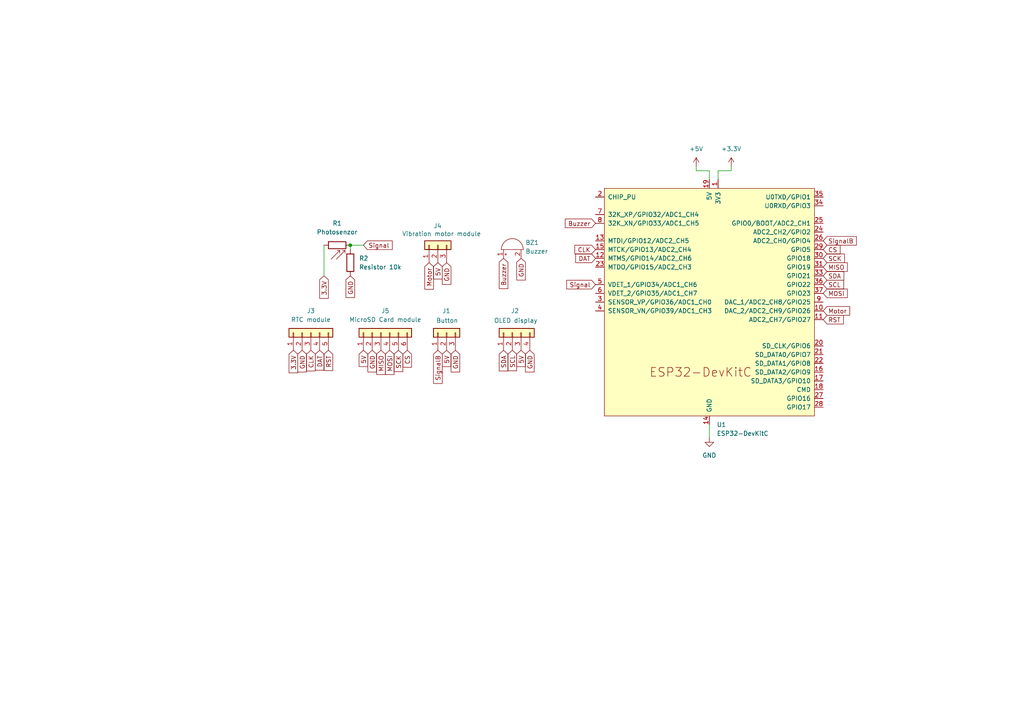
<source format=kicad_sch>
(kicad_sch
	(version 20250114)
	(generator "eeschema")
	(generator_version "9.0")
	(uuid "d3f9dd31-ab13-4689-8b39-d2565dc7a721")
	(paper "A4")
	(title_block
		(title "Smart Alarm Clock (SAC)")
		(date "17. 1. 2026")
	)
	(lib_symbols
		(symbol "Connector_Generic:Conn_01x03"
			(pin_names
				(offset 1.016)
				(hide yes)
			)
			(exclude_from_sim no)
			(in_bom yes)
			(on_board yes)
			(property "Reference" "J"
				(at 0 5.08 0)
				(effects
					(font
						(size 1.27 1.27)
					)
				)
			)
			(property "Value" "Conn_01x03"
				(at 0 -5.08 0)
				(effects
					(font
						(size 1.27 1.27)
					)
				)
			)
			(property "Footprint" ""
				(at 0 0 0)
				(effects
					(font
						(size 1.27 1.27)
					)
					(hide yes)
				)
			)
			(property "Datasheet" "~"
				(at 0 0 0)
				(effects
					(font
						(size 1.27 1.27)
					)
					(hide yes)
				)
			)
			(property "Description" "Generic connector, single row, 01x03, script generated (kicad-library-utils/schlib/autogen/connector/)"
				(at 0 0 0)
				(effects
					(font
						(size 1.27 1.27)
					)
					(hide yes)
				)
			)
			(property "ki_keywords" "connector"
				(at 0 0 0)
				(effects
					(font
						(size 1.27 1.27)
					)
					(hide yes)
				)
			)
			(property "ki_fp_filters" "Connector*:*_1x??_*"
				(at 0 0 0)
				(effects
					(font
						(size 1.27 1.27)
					)
					(hide yes)
				)
			)
			(symbol "Conn_01x03_1_1"
				(rectangle
					(start -1.27 3.81)
					(end 1.27 -3.81)
					(stroke
						(width 0.254)
						(type default)
					)
					(fill
						(type background)
					)
				)
				(rectangle
					(start -1.27 2.667)
					(end 0 2.413)
					(stroke
						(width 0.1524)
						(type default)
					)
					(fill
						(type none)
					)
				)
				(rectangle
					(start -1.27 0.127)
					(end 0 -0.127)
					(stroke
						(width 0.1524)
						(type default)
					)
					(fill
						(type none)
					)
				)
				(rectangle
					(start -1.27 -2.413)
					(end 0 -2.667)
					(stroke
						(width 0.1524)
						(type default)
					)
					(fill
						(type none)
					)
				)
				(pin passive line
					(at -5.08 2.54 0)
					(length 3.81)
					(name "Pin_1"
						(effects
							(font
								(size 1.27 1.27)
							)
						)
					)
					(number "1"
						(effects
							(font
								(size 1.27 1.27)
							)
						)
					)
				)
				(pin passive line
					(at -5.08 0 0)
					(length 3.81)
					(name "Pin_2"
						(effects
							(font
								(size 1.27 1.27)
							)
						)
					)
					(number "2"
						(effects
							(font
								(size 1.27 1.27)
							)
						)
					)
				)
				(pin passive line
					(at -5.08 -2.54 0)
					(length 3.81)
					(name "Pin_3"
						(effects
							(font
								(size 1.27 1.27)
							)
						)
					)
					(number "3"
						(effects
							(font
								(size 1.27 1.27)
							)
						)
					)
				)
			)
			(embedded_fonts no)
		)
		(symbol "Connector_Generic:Conn_01x04"
			(pin_names
				(offset 1.016)
				(hide yes)
			)
			(exclude_from_sim no)
			(in_bom yes)
			(on_board yes)
			(property "Reference" "J"
				(at 0 5.08 0)
				(effects
					(font
						(size 1.27 1.27)
					)
				)
			)
			(property "Value" "Conn_01x04"
				(at 0 -7.62 0)
				(effects
					(font
						(size 1.27 1.27)
					)
				)
			)
			(property "Footprint" ""
				(at 0 0 0)
				(effects
					(font
						(size 1.27 1.27)
					)
					(hide yes)
				)
			)
			(property "Datasheet" "~"
				(at 0 0 0)
				(effects
					(font
						(size 1.27 1.27)
					)
					(hide yes)
				)
			)
			(property "Description" "Generic connector, single row, 01x04, script generated (kicad-library-utils/schlib/autogen/connector/)"
				(at 0 0 0)
				(effects
					(font
						(size 1.27 1.27)
					)
					(hide yes)
				)
			)
			(property "ki_keywords" "connector"
				(at 0 0 0)
				(effects
					(font
						(size 1.27 1.27)
					)
					(hide yes)
				)
			)
			(property "ki_fp_filters" "Connector*:*_1x??_*"
				(at 0 0 0)
				(effects
					(font
						(size 1.27 1.27)
					)
					(hide yes)
				)
			)
			(symbol "Conn_01x04_1_1"
				(rectangle
					(start -1.27 3.81)
					(end 1.27 -6.35)
					(stroke
						(width 0.254)
						(type default)
					)
					(fill
						(type background)
					)
				)
				(rectangle
					(start -1.27 2.667)
					(end 0 2.413)
					(stroke
						(width 0.1524)
						(type default)
					)
					(fill
						(type none)
					)
				)
				(rectangle
					(start -1.27 0.127)
					(end 0 -0.127)
					(stroke
						(width 0.1524)
						(type default)
					)
					(fill
						(type none)
					)
				)
				(rectangle
					(start -1.27 -2.413)
					(end 0 -2.667)
					(stroke
						(width 0.1524)
						(type default)
					)
					(fill
						(type none)
					)
				)
				(rectangle
					(start -1.27 -4.953)
					(end 0 -5.207)
					(stroke
						(width 0.1524)
						(type default)
					)
					(fill
						(type none)
					)
				)
				(pin passive line
					(at -5.08 2.54 0)
					(length 3.81)
					(name "Pin_1"
						(effects
							(font
								(size 1.27 1.27)
							)
						)
					)
					(number "1"
						(effects
							(font
								(size 1.27 1.27)
							)
						)
					)
				)
				(pin passive line
					(at -5.08 0 0)
					(length 3.81)
					(name "Pin_2"
						(effects
							(font
								(size 1.27 1.27)
							)
						)
					)
					(number "2"
						(effects
							(font
								(size 1.27 1.27)
							)
						)
					)
				)
				(pin passive line
					(at -5.08 -2.54 0)
					(length 3.81)
					(name "Pin_3"
						(effects
							(font
								(size 1.27 1.27)
							)
						)
					)
					(number "3"
						(effects
							(font
								(size 1.27 1.27)
							)
						)
					)
				)
				(pin passive line
					(at -5.08 -5.08 0)
					(length 3.81)
					(name "Pin_4"
						(effects
							(font
								(size 1.27 1.27)
							)
						)
					)
					(number "4"
						(effects
							(font
								(size 1.27 1.27)
							)
						)
					)
				)
			)
			(embedded_fonts no)
		)
		(symbol "Connector_Generic:Conn_01x05"
			(pin_names
				(offset 1.016)
				(hide yes)
			)
			(exclude_from_sim no)
			(in_bom yes)
			(on_board yes)
			(property "Reference" "J"
				(at 0 7.62 0)
				(effects
					(font
						(size 1.27 1.27)
					)
				)
			)
			(property "Value" "Conn_01x05"
				(at 0 -7.62 0)
				(effects
					(font
						(size 1.27 1.27)
					)
				)
			)
			(property "Footprint" ""
				(at 0 0 0)
				(effects
					(font
						(size 1.27 1.27)
					)
					(hide yes)
				)
			)
			(property "Datasheet" "~"
				(at 0 0 0)
				(effects
					(font
						(size 1.27 1.27)
					)
					(hide yes)
				)
			)
			(property "Description" "Generic connector, single row, 01x05, script generated (kicad-library-utils/schlib/autogen/connector/)"
				(at 0 0 0)
				(effects
					(font
						(size 1.27 1.27)
					)
					(hide yes)
				)
			)
			(property "ki_keywords" "connector"
				(at 0 0 0)
				(effects
					(font
						(size 1.27 1.27)
					)
					(hide yes)
				)
			)
			(property "ki_fp_filters" "Connector*:*_1x??_*"
				(at 0 0 0)
				(effects
					(font
						(size 1.27 1.27)
					)
					(hide yes)
				)
			)
			(symbol "Conn_01x05_1_1"
				(rectangle
					(start -1.27 6.35)
					(end 1.27 -6.35)
					(stroke
						(width 0.254)
						(type default)
					)
					(fill
						(type background)
					)
				)
				(rectangle
					(start -1.27 5.207)
					(end 0 4.953)
					(stroke
						(width 0.1524)
						(type default)
					)
					(fill
						(type none)
					)
				)
				(rectangle
					(start -1.27 2.667)
					(end 0 2.413)
					(stroke
						(width 0.1524)
						(type default)
					)
					(fill
						(type none)
					)
				)
				(rectangle
					(start -1.27 0.127)
					(end 0 -0.127)
					(stroke
						(width 0.1524)
						(type default)
					)
					(fill
						(type none)
					)
				)
				(rectangle
					(start -1.27 -2.413)
					(end 0 -2.667)
					(stroke
						(width 0.1524)
						(type default)
					)
					(fill
						(type none)
					)
				)
				(rectangle
					(start -1.27 -4.953)
					(end 0 -5.207)
					(stroke
						(width 0.1524)
						(type default)
					)
					(fill
						(type none)
					)
				)
				(pin passive line
					(at -5.08 5.08 0)
					(length 3.81)
					(name "Pin_1"
						(effects
							(font
								(size 1.27 1.27)
							)
						)
					)
					(number "1"
						(effects
							(font
								(size 1.27 1.27)
							)
						)
					)
				)
				(pin passive line
					(at -5.08 2.54 0)
					(length 3.81)
					(name "Pin_2"
						(effects
							(font
								(size 1.27 1.27)
							)
						)
					)
					(number "2"
						(effects
							(font
								(size 1.27 1.27)
							)
						)
					)
				)
				(pin passive line
					(at -5.08 0 0)
					(length 3.81)
					(name "Pin_3"
						(effects
							(font
								(size 1.27 1.27)
							)
						)
					)
					(number "3"
						(effects
							(font
								(size 1.27 1.27)
							)
						)
					)
				)
				(pin passive line
					(at -5.08 -2.54 0)
					(length 3.81)
					(name "Pin_4"
						(effects
							(font
								(size 1.27 1.27)
							)
						)
					)
					(number "4"
						(effects
							(font
								(size 1.27 1.27)
							)
						)
					)
				)
				(pin passive line
					(at -5.08 -5.08 0)
					(length 3.81)
					(name "Pin_5"
						(effects
							(font
								(size 1.27 1.27)
							)
						)
					)
					(number "5"
						(effects
							(font
								(size 1.27 1.27)
							)
						)
					)
				)
			)
			(embedded_fonts no)
		)
		(symbol "Connector_Generic:Conn_01x06"
			(pin_names
				(offset 1.016)
				(hide yes)
			)
			(exclude_from_sim no)
			(in_bom yes)
			(on_board yes)
			(property "Reference" "J"
				(at 0 7.62 0)
				(effects
					(font
						(size 1.27 1.27)
					)
				)
			)
			(property "Value" "Conn_01x06"
				(at 0 -10.16 0)
				(effects
					(font
						(size 1.27 1.27)
					)
				)
			)
			(property "Footprint" ""
				(at 0 0 0)
				(effects
					(font
						(size 1.27 1.27)
					)
					(hide yes)
				)
			)
			(property "Datasheet" "~"
				(at 0 0 0)
				(effects
					(font
						(size 1.27 1.27)
					)
					(hide yes)
				)
			)
			(property "Description" "Generic connector, single row, 01x06, script generated (kicad-library-utils/schlib/autogen/connector/)"
				(at 0 0 0)
				(effects
					(font
						(size 1.27 1.27)
					)
					(hide yes)
				)
			)
			(property "ki_keywords" "connector"
				(at 0 0 0)
				(effects
					(font
						(size 1.27 1.27)
					)
					(hide yes)
				)
			)
			(property "ki_fp_filters" "Connector*:*_1x??_*"
				(at 0 0 0)
				(effects
					(font
						(size 1.27 1.27)
					)
					(hide yes)
				)
			)
			(symbol "Conn_01x06_1_1"
				(rectangle
					(start -1.27 6.35)
					(end 1.27 -8.89)
					(stroke
						(width 0.254)
						(type default)
					)
					(fill
						(type background)
					)
				)
				(rectangle
					(start -1.27 5.207)
					(end 0 4.953)
					(stroke
						(width 0.1524)
						(type default)
					)
					(fill
						(type none)
					)
				)
				(rectangle
					(start -1.27 2.667)
					(end 0 2.413)
					(stroke
						(width 0.1524)
						(type default)
					)
					(fill
						(type none)
					)
				)
				(rectangle
					(start -1.27 0.127)
					(end 0 -0.127)
					(stroke
						(width 0.1524)
						(type default)
					)
					(fill
						(type none)
					)
				)
				(rectangle
					(start -1.27 -2.413)
					(end 0 -2.667)
					(stroke
						(width 0.1524)
						(type default)
					)
					(fill
						(type none)
					)
				)
				(rectangle
					(start -1.27 -4.953)
					(end 0 -5.207)
					(stroke
						(width 0.1524)
						(type default)
					)
					(fill
						(type none)
					)
				)
				(rectangle
					(start -1.27 -7.493)
					(end 0 -7.747)
					(stroke
						(width 0.1524)
						(type default)
					)
					(fill
						(type none)
					)
				)
				(pin passive line
					(at -5.08 5.08 0)
					(length 3.81)
					(name "Pin_1"
						(effects
							(font
								(size 1.27 1.27)
							)
						)
					)
					(number "1"
						(effects
							(font
								(size 1.27 1.27)
							)
						)
					)
				)
				(pin passive line
					(at -5.08 2.54 0)
					(length 3.81)
					(name "Pin_2"
						(effects
							(font
								(size 1.27 1.27)
							)
						)
					)
					(number "2"
						(effects
							(font
								(size 1.27 1.27)
							)
						)
					)
				)
				(pin passive line
					(at -5.08 0 0)
					(length 3.81)
					(name "Pin_3"
						(effects
							(font
								(size 1.27 1.27)
							)
						)
					)
					(number "3"
						(effects
							(font
								(size 1.27 1.27)
							)
						)
					)
				)
				(pin passive line
					(at -5.08 -2.54 0)
					(length 3.81)
					(name "Pin_4"
						(effects
							(font
								(size 1.27 1.27)
							)
						)
					)
					(number "4"
						(effects
							(font
								(size 1.27 1.27)
							)
						)
					)
				)
				(pin passive line
					(at -5.08 -5.08 0)
					(length 3.81)
					(name "Pin_5"
						(effects
							(font
								(size 1.27 1.27)
							)
						)
					)
					(number "5"
						(effects
							(font
								(size 1.27 1.27)
							)
						)
					)
				)
				(pin passive line
					(at -5.08 -7.62 0)
					(length 3.81)
					(name "Pin_6"
						(effects
							(font
								(size 1.27 1.27)
							)
						)
					)
					(number "6"
						(effects
							(font
								(size 1.27 1.27)
							)
						)
					)
				)
			)
			(embedded_fonts no)
		)
		(symbol "Device:Buzzer"
			(pin_names
				(offset 0.0254)
				(hide yes)
			)
			(exclude_from_sim no)
			(in_bom yes)
			(on_board yes)
			(property "Reference" "BZ"
				(at 3.81 1.27 0)
				(effects
					(font
						(size 1.27 1.27)
					)
					(justify left)
				)
			)
			(property "Value" "Buzzer"
				(at 3.81 -1.27 0)
				(effects
					(font
						(size 1.27 1.27)
					)
					(justify left)
				)
			)
			(property "Footprint" ""
				(at -0.635 2.54 90)
				(effects
					(font
						(size 1.27 1.27)
					)
					(hide yes)
				)
			)
			(property "Datasheet" "~"
				(at -0.635 2.54 90)
				(effects
					(font
						(size 1.27 1.27)
					)
					(hide yes)
				)
			)
			(property "Description" "Buzzer, polarized"
				(at 0 0 0)
				(effects
					(font
						(size 1.27 1.27)
					)
					(hide yes)
				)
			)
			(property "ki_keywords" "quartz resonator ceramic"
				(at 0 0 0)
				(effects
					(font
						(size 1.27 1.27)
					)
					(hide yes)
				)
			)
			(property "ki_fp_filters" "*Buzzer*"
				(at 0 0 0)
				(effects
					(font
						(size 1.27 1.27)
					)
					(hide yes)
				)
			)
			(symbol "Buzzer_0_1"
				(polyline
					(pts
						(xy -1.651 1.905) (xy -1.143 1.905)
					)
					(stroke
						(width 0)
						(type default)
					)
					(fill
						(type none)
					)
				)
				(polyline
					(pts
						(xy -1.397 2.159) (xy -1.397 1.651)
					)
					(stroke
						(width 0)
						(type default)
					)
					(fill
						(type none)
					)
				)
				(arc
					(start 0 3.175)
					(mid 3.1612 0)
					(end 0 -3.175)
					(stroke
						(width 0)
						(type default)
					)
					(fill
						(type none)
					)
				)
				(polyline
					(pts
						(xy 0 3.175) (xy 0 -3.175)
					)
					(stroke
						(width 0)
						(type default)
					)
					(fill
						(type none)
					)
				)
			)
			(symbol "Buzzer_1_1"
				(pin passive line
					(at -2.54 2.54 0)
					(length 2.54)
					(name "+"
						(effects
							(font
								(size 1.27 1.27)
							)
						)
					)
					(number "1"
						(effects
							(font
								(size 1.27 1.27)
							)
						)
					)
				)
				(pin passive line
					(at -2.54 -2.54 0)
					(length 2.54)
					(name "-"
						(effects
							(font
								(size 1.27 1.27)
							)
						)
					)
					(number "2"
						(effects
							(font
								(size 1.27 1.27)
							)
						)
					)
				)
			)
			(embedded_fonts no)
		)
		(symbol "Device:R"
			(pin_numbers
				(hide yes)
			)
			(pin_names
				(offset 0)
			)
			(exclude_from_sim no)
			(in_bom yes)
			(on_board yes)
			(property "Reference" "R"
				(at 2.032 0 90)
				(effects
					(font
						(size 1.27 1.27)
					)
				)
			)
			(property "Value" "R"
				(at 0 0 90)
				(effects
					(font
						(size 1.27 1.27)
					)
				)
			)
			(property "Footprint" ""
				(at -1.778 0 90)
				(effects
					(font
						(size 1.27 1.27)
					)
					(hide yes)
				)
			)
			(property "Datasheet" "~"
				(at 0 0 0)
				(effects
					(font
						(size 1.27 1.27)
					)
					(hide yes)
				)
			)
			(property "Description" "Resistor"
				(at 0 0 0)
				(effects
					(font
						(size 1.27 1.27)
					)
					(hide yes)
				)
			)
			(property "ki_keywords" "R res resistor"
				(at 0 0 0)
				(effects
					(font
						(size 1.27 1.27)
					)
					(hide yes)
				)
			)
			(property "ki_fp_filters" "R_*"
				(at 0 0 0)
				(effects
					(font
						(size 1.27 1.27)
					)
					(hide yes)
				)
			)
			(symbol "R_0_1"
				(rectangle
					(start -1.016 -2.54)
					(end 1.016 2.54)
					(stroke
						(width 0.254)
						(type default)
					)
					(fill
						(type none)
					)
				)
			)
			(symbol "R_1_1"
				(pin passive line
					(at 0 3.81 270)
					(length 1.27)
					(name "~"
						(effects
							(font
								(size 1.27 1.27)
							)
						)
					)
					(number "1"
						(effects
							(font
								(size 1.27 1.27)
							)
						)
					)
				)
				(pin passive line
					(at 0 -3.81 90)
					(length 1.27)
					(name "~"
						(effects
							(font
								(size 1.27 1.27)
							)
						)
					)
					(number "2"
						(effects
							(font
								(size 1.27 1.27)
							)
						)
					)
				)
			)
			(embedded_fonts no)
		)
		(symbol "Espressif:ESP32-DevKitC"
			(pin_names
				(offset 1.016)
			)
			(exclude_from_sim no)
			(in_bom yes)
			(on_board yes)
			(property "Reference" "U"
				(at -30.48 38.1 0)
				(effects
					(font
						(size 1.27 1.27)
					)
					(justify left)
				)
			)
			(property "Value" "ESP32-DevKitC"
				(at -30.48 35.56 0)
				(effects
					(font
						(size 1.27 1.27)
					)
					(justify left)
				)
			)
			(property "Footprint" "PCM_Espressif:ESP32-DevKitC"
				(at 0 -43.18 0)
				(effects
					(font
						(size 1.27 1.27)
					)
					(hide yes)
				)
			)
			(property "Datasheet" "https://docs.espressif.com/projects/esp-idf/zh_CN/latest/esp32/hw-reference/esp32/get-started-devkitc.html"
				(at 0 -45.72 0)
				(effects
					(font
						(size 1.27 1.27)
					)
					(hide yes)
				)
			)
			(property "Description" "Development Kit"
				(at 0 0 0)
				(effects
					(font
						(size 1.27 1.27)
					)
					(hide yes)
				)
			)
			(property "ki_keywords" "ESP32"
				(at 0 0 0)
				(effects
					(font
						(size 1.27 1.27)
					)
					(hide yes)
				)
			)
			(symbol "ESP32-DevKitC_0_0"
				(text "ESP32-DevKitC"
					(at -2.54 -20.32 0)
					(effects
						(font
							(size 2.54 2.54)
						)
					)
				)
				(pin power_in line
					(at 0 35.56 270)
					(length 2.54)
					(name "5V"
						(effects
							(font
								(size 1.27 1.27)
							)
						)
					)
					(number "19"
						(effects
							(font
								(size 1.27 1.27)
							)
						)
					)
				)
				(pin power_in line
					(at 0 -35.56 90)
					(length 2.54)
					(name "GND"
						(effects
							(font
								(size 1.27 1.27)
							)
						)
					)
					(number "14"
						(effects
							(font
								(size 1.27 1.27)
							)
						)
					)
				)
			)
			(symbol "ESP32-DevKitC_0_1"
				(rectangle
					(start -30.48 33.02)
					(end 30.48 -33.02)
					(stroke
						(width 0)
						(type default)
					)
					(fill
						(type background)
					)
				)
			)
			(symbol "ESP32-DevKitC_1_1"
				(pin input line
					(at -33.02 30.48 0)
					(length 2.54)
					(name "CHIP_PU"
						(effects
							(font
								(size 1.27 1.27)
							)
						)
					)
					(number "2"
						(effects
							(font
								(size 1.27 1.27)
							)
						)
					)
				)
				(pin bidirectional line
					(at -33.02 25.4 0)
					(length 2.54)
					(name "32K_XP/GPIO32/ADC1_CH4"
						(effects
							(font
								(size 1.27 1.27)
							)
						)
					)
					(number "7"
						(effects
							(font
								(size 1.27 1.27)
							)
						)
					)
				)
				(pin bidirectional line
					(at -33.02 22.86 0)
					(length 2.54)
					(name "32K_XN/GPIO33/ADC1_CH5"
						(effects
							(font
								(size 1.27 1.27)
							)
						)
					)
					(number "8"
						(effects
							(font
								(size 1.27 1.27)
							)
						)
					)
				)
				(pin bidirectional line
					(at -33.02 17.78 0)
					(length 2.54)
					(name "MTDI/GPIO12/ADC2_CH5"
						(effects
							(font
								(size 1.27 1.27)
							)
						)
					)
					(number "13"
						(effects
							(font
								(size 1.27 1.27)
							)
						)
					)
				)
				(pin bidirectional line
					(at -33.02 15.24 0)
					(length 2.54)
					(name "MTCK/GPIO13/ADC2_CH4"
						(effects
							(font
								(size 1.27 1.27)
							)
						)
					)
					(number "15"
						(effects
							(font
								(size 1.27 1.27)
							)
						)
					)
				)
				(pin bidirectional line
					(at -33.02 12.7 0)
					(length 2.54)
					(name "MTMS/GPIO14/ADC2_CH6"
						(effects
							(font
								(size 1.27 1.27)
							)
						)
					)
					(number "12"
						(effects
							(font
								(size 1.27 1.27)
							)
						)
					)
				)
				(pin bidirectional line
					(at -33.02 10.16 0)
					(length 2.54)
					(name "MTDO/GPIO15/ADC2_CH3"
						(effects
							(font
								(size 1.27 1.27)
							)
						)
					)
					(number "23"
						(effects
							(font
								(size 1.27 1.27)
							)
						)
					)
				)
				(pin input line
					(at -33.02 5.08 0)
					(length 2.54)
					(name "VDET_1/GPIO34/ADC1_CH6"
						(effects
							(font
								(size 1.27 1.27)
							)
						)
					)
					(number "5"
						(effects
							(font
								(size 1.27 1.27)
							)
						)
					)
				)
				(pin input line
					(at -33.02 2.54 0)
					(length 2.54)
					(name "VDET_2/GPIO35/ADC1_CH7"
						(effects
							(font
								(size 1.27 1.27)
							)
						)
					)
					(number "6"
						(effects
							(font
								(size 1.27 1.27)
							)
						)
					)
				)
				(pin input line
					(at -33.02 0 0)
					(length 2.54)
					(name "SENSOR_VP/GPIO36/ADC1_CH0"
						(effects
							(font
								(size 1.27 1.27)
							)
						)
					)
					(number "3"
						(effects
							(font
								(size 1.27 1.27)
							)
						)
					)
				)
				(pin input line
					(at -33.02 -2.54 0)
					(length 2.54)
					(name "SENSOR_VN/GPIO39/ADC1_CH3"
						(effects
							(font
								(size 1.27 1.27)
							)
						)
					)
					(number "4"
						(effects
							(font
								(size 1.27 1.27)
							)
						)
					)
				)
				(pin passive line
					(at 0 -35.56 90)
					(length 2.54)
					(hide yes)
					(name "GND"
						(effects
							(font
								(size 1.27 1.27)
							)
						)
					)
					(number "32"
						(effects
							(font
								(size 1.27 1.27)
							)
						)
					)
				)
				(pin passive line
					(at 0 -35.56 90)
					(length 2.54)
					(hide yes)
					(name "GND"
						(effects
							(font
								(size 1.27 1.27)
							)
						)
					)
					(number "38"
						(effects
							(font
								(size 1.27 1.27)
							)
						)
					)
				)
				(pin power_in line
					(at 2.54 35.56 270)
					(length 2.54)
					(name "3V3"
						(effects
							(font
								(size 1.27 1.27)
							)
						)
					)
					(number "1"
						(effects
							(font
								(size 1.27 1.27)
							)
						)
					)
				)
				(pin bidirectional line
					(at 33.02 30.48 180)
					(length 2.54)
					(name "U0TXD/GPIO1"
						(effects
							(font
								(size 1.27 1.27)
							)
						)
					)
					(number "35"
						(effects
							(font
								(size 1.27 1.27)
							)
						)
					)
				)
				(pin bidirectional line
					(at 33.02 27.94 180)
					(length 2.54)
					(name "U0RXD/GPIO3"
						(effects
							(font
								(size 1.27 1.27)
							)
						)
					)
					(number "34"
						(effects
							(font
								(size 1.27 1.27)
							)
						)
					)
				)
				(pin bidirectional line
					(at 33.02 22.86 180)
					(length 2.54)
					(name "GPIO0/BOOT/ADC2_CH1"
						(effects
							(font
								(size 1.27 1.27)
							)
						)
					)
					(number "25"
						(effects
							(font
								(size 1.27 1.27)
							)
						)
					)
				)
				(pin bidirectional line
					(at 33.02 20.32 180)
					(length 2.54)
					(name "ADC2_CH2/GPIO2"
						(effects
							(font
								(size 1.27 1.27)
							)
						)
					)
					(number "24"
						(effects
							(font
								(size 1.27 1.27)
							)
						)
					)
				)
				(pin bidirectional line
					(at 33.02 17.78 180)
					(length 2.54)
					(name "ADC2_CH0/GPIO4"
						(effects
							(font
								(size 1.27 1.27)
							)
						)
					)
					(number "26"
						(effects
							(font
								(size 1.27 1.27)
							)
						)
					)
				)
				(pin bidirectional line
					(at 33.02 15.24 180)
					(length 2.54)
					(name "GPIO5"
						(effects
							(font
								(size 1.27 1.27)
							)
						)
					)
					(number "29"
						(effects
							(font
								(size 1.27 1.27)
							)
						)
					)
				)
				(pin bidirectional line
					(at 33.02 12.7 180)
					(length 2.54)
					(name "GPIO18"
						(effects
							(font
								(size 1.27 1.27)
							)
						)
					)
					(number "30"
						(effects
							(font
								(size 1.27 1.27)
							)
						)
					)
				)
				(pin bidirectional line
					(at 33.02 10.16 180)
					(length 2.54)
					(name "GPIO19"
						(effects
							(font
								(size 1.27 1.27)
							)
						)
					)
					(number "31"
						(effects
							(font
								(size 1.27 1.27)
							)
						)
					)
				)
				(pin bidirectional line
					(at 33.02 7.62 180)
					(length 2.54)
					(name "GPIO21"
						(effects
							(font
								(size 1.27 1.27)
							)
						)
					)
					(number "33"
						(effects
							(font
								(size 1.27 1.27)
							)
						)
					)
				)
				(pin bidirectional line
					(at 33.02 5.08 180)
					(length 2.54)
					(name "GPIO22"
						(effects
							(font
								(size 1.27 1.27)
							)
						)
					)
					(number "36"
						(effects
							(font
								(size 1.27 1.27)
							)
						)
					)
				)
				(pin bidirectional line
					(at 33.02 2.54 180)
					(length 2.54)
					(name "GPIO23"
						(effects
							(font
								(size 1.27 1.27)
							)
						)
					)
					(number "37"
						(effects
							(font
								(size 1.27 1.27)
							)
						)
					)
				)
				(pin bidirectional line
					(at 33.02 0 180)
					(length 2.54)
					(name "DAC_1/ADC2_CH8/GPIO25"
						(effects
							(font
								(size 1.27 1.27)
							)
						)
					)
					(number "9"
						(effects
							(font
								(size 1.27 1.27)
							)
						)
					)
				)
				(pin bidirectional line
					(at 33.02 -2.54 180)
					(length 2.54)
					(name "DAC_2/ADC2_CH9/GPIO26"
						(effects
							(font
								(size 1.27 1.27)
							)
						)
					)
					(number "10"
						(effects
							(font
								(size 1.27 1.27)
							)
						)
					)
				)
				(pin bidirectional line
					(at 33.02 -5.08 180)
					(length 2.54)
					(name "ADC2_CH7/GPIO27"
						(effects
							(font
								(size 1.27 1.27)
							)
						)
					)
					(number "11"
						(effects
							(font
								(size 1.27 1.27)
							)
						)
					)
				)
				(pin bidirectional line
					(at 33.02 -12.7 180)
					(length 2.54)
					(name "SD_CLK/GPIO6"
						(effects
							(font
								(size 1.27 1.27)
							)
						)
					)
					(number "20"
						(effects
							(font
								(size 1.27 1.27)
							)
						)
					)
				)
				(pin bidirectional line
					(at 33.02 -15.24 180)
					(length 2.54)
					(name "SD_DATA0/GPIO7"
						(effects
							(font
								(size 1.27 1.27)
							)
						)
					)
					(number "21"
						(effects
							(font
								(size 1.27 1.27)
							)
						)
					)
				)
				(pin bidirectional line
					(at 33.02 -17.78 180)
					(length 2.54)
					(name "SD_DATA1/GPIO8"
						(effects
							(font
								(size 1.27 1.27)
							)
						)
					)
					(number "22"
						(effects
							(font
								(size 1.27 1.27)
							)
						)
					)
				)
				(pin bidirectional line
					(at 33.02 -20.32 180)
					(length 2.54)
					(name "SD_DATA2/GPIO9"
						(effects
							(font
								(size 1.27 1.27)
							)
						)
					)
					(number "16"
						(effects
							(font
								(size 1.27 1.27)
							)
						)
					)
				)
				(pin bidirectional line
					(at 33.02 -22.86 180)
					(length 2.54)
					(name "SD_DATA3/GPIO10"
						(effects
							(font
								(size 1.27 1.27)
							)
						)
					)
					(number "17"
						(effects
							(font
								(size 1.27 1.27)
							)
						)
					)
				)
				(pin bidirectional line
					(at 33.02 -25.4 180)
					(length 2.54)
					(name "CMD"
						(effects
							(font
								(size 1.27 1.27)
							)
						)
					)
					(number "18"
						(effects
							(font
								(size 1.27 1.27)
							)
						)
					)
				)
				(pin bidirectional line
					(at 33.02 -27.94 180)
					(length 2.54)
					(name "GPIO16"
						(effects
							(font
								(size 1.27 1.27)
							)
						)
					)
					(number "27"
						(effects
							(font
								(size 1.27 1.27)
							)
						)
					)
				)
				(pin bidirectional line
					(at 33.02 -30.48 180)
					(length 2.54)
					(name "GPIO17"
						(effects
							(font
								(size 1.27 1.27)
							)
						)
					)
					(number "28"
						(effects
							(font
								(size 1.27 1.27)
							)
						)
					)
				)
			)
			(embedded_fonts no)
		)
		(symbol "Sensor_Optical:LDR07"
			(pin_numbers
				(hide yes)
			)
			(pin_names
				(offset 0)
			)
			(exclude_from_sim no)
			(in_bom yes)
			(on_board yes)
			(property "Reference" "R"
				(at -5.08 0 90)
				(effects
					(font
						(size 1.27 1.27)
					)
				)
			)
			(property "Value" "LDR07"
				(at 1.905 0 90)
				(effects
					(font
						(size 1.27 1.27)
					)
					(justify top)
				)
			)
			(property "Footprint" "OptoDevice:R_LDR_5.1x4.3mm_P3.4mm_Vertical"
				(at 4.445 0 90)
				(effects
					(font
						(size 1.27 1.27)
					)
					(hide yes)
				)
			)
			(property "Datasheet" "http://www.tme.eu/de/Document/f2e3ad76a925811312d226c31da4cd7e/LDR07.pdf"
				(at 0 -1.27 0)
				(effects
					(font
						(size 1.27 1.27)
					)
					(hide yes)
				)
			)
			(property "Description" "light dependent resistor"
				(at 0 0 0)
				(effects
					(font
						(size 1.27 1.27)
					)
					(hide yes)
				)
			)
			(property "ki_keywords" "light dependent photo resistor LDR"
				(at 0 0 0)
				(effects
					(font
						(size 1.27 1.27)
					)
					(hide yes)
				)
			)
			(property "ki_fp_filters" "R*LDR*5.1x4.3mm*P3.4mm*"
				(at 0 0 0)
				(effects
					(font
						(size 1.27 1.27)
					)
					(hide yes)
				)
			)
			(symbol "LDR07_0_1"
				(polyline
					(pts
						(xy -1.524 -0.762) (xy -4.064 1.778)
					)
					(stroke
						(width 0)
						(type default)
					)
					(fill
						(type none)
					)
				)
				(polyline
					(pts
						(xy -1.524 -0.762) (xy -2.286 -0.762)
					)
					(stroke
						(width 0)
						(type default)
					)
					(fill
						(type none)
					)
				)
				(polyline
					(pts
						(xy -1.524 -0.762) (xy -1.524 0)
					)
					(stroke
						(width 0)
						(type default)
					)
					(fill
						(type none)
					)
				)
				(polyline
					(pts
						(xy -1.524 -2.286) (xy -4.064 0.254)
					)
					(stroke
						(width 0)
						(type default)
					)
					(fill
						(type none)
					)
				)
				(polyline
					(pts
						(xy -1.524 -2.286) (xy -2.286 -2.286)
					)
					(stroke
						(width 0)
						(type default)
					)
					(fill
						(type none)
					)
				)
				(polyline
					(pts
						(xy -1.524 -2.286) (xy -1.524 -1.524)
					)
					(stroke
						(width 0)
						(type default)
					)
					(fill
						(type none)
					)
				)
				(rectangle
					(start -1.016 2.54)
					(end 1.016 -2.54)
					(stroke
						(width 0.254)
						(type default)
					)
					(fill
						(type none)
					)
				)
			)
			(symbol "LDR07_1_1"
				(pin passive line
					(at 0 3.81 270)
					(length 1.27)
					(name "~"
						(effects
							(font
								(size 1.27 1.27)
							)
						)
					)
					(number "1"
						(effects
							(font
								(size 1.27 1.27)
							)
						)
					)
				)
				(pin passive line
					(at 0 -3.81 90)
					(length 1.27)
					(name "~"
						(effects
							(font
								(size 1.27 1.27)
							)
						)
					)
					(number "2"
						(effects
							(font
								(size 1.27 1.27)
							)
						)
					)
				)
			)
			(embedded_fonts no)
		)
		(symbol "power:+3.3V"
			(power)
			(pin_numbers
				(hide yes)
			)
			(pin_names
				(offset 0)
				(hide yes)
			)
			(exclude_from_sim no)
			(in_bom yes)
			(on_board yes)
			(property "Reference" "#PWR"
				(at 0 -3.81 0)
				(effects
					(font
						(size 1.27 1.27)
					)
					(hide yes)
				)
			)
			(property "Value" "+3.3V"
				(at 0 3.556 0)
				(effects
					(font
						(size 1.27 1.27)
					)
				)
			)
			(property "Footprint" ""
				(at 0 0 0)
				(effects
					(font
						(size 1.27 1.27)
					)
					(hide yes)
				)
			)
			(property "Datasheet" ""
				(at 0 0 0)
				(effects
					(font
						(size 1.27 1.27)
					)
					(hide yes)
				)
			)
			(property "Description" "Power symbol creates a global label with name \"+3.3V\""
				(at 0 0 0)
				(effects
					(font
						(size 1.27 1.27)
					)
					(hide yes)
				)
			)
			(property "ki_keywords" "global power"
				(at 0 0 0)
				(effects
					(font
						(size 1.27 1.27)
					)
					(hide yes)
				)
			)
			(symbol "+3.3V_0_1"
				(polyline
					(pts
						(xy -0.762 1.27) (xy 0 2.54)
					)
					(stroke
						(width 0)
						(type default)
					)
					(fill
						(type none)
					)
				)
				(polyline
					(pts
						(xy 0 2.54) (xy 0.762 1.27)
					)
					(stroke
						(width 0)
						(type default)
					)
					(fill
						(type none)
					)
				)
				(polyline
					(pts
						(xy 0 0) (xy 0 2.54)
					)
					(stroke
						(width 0)
						(type default)
					)
					(fill
						(type none)
					)
				)
			)
			(symbol "+3.3V_1_1"
				(pin power_in line
					(at 0 0 90)
					(length 0)
					(name "~"
						(effects
							(font
								(size 1.27 1.27)
							)
						)
					)
					(number "1"
						(effects
							(font
								(size 1.27 1.27)
							)
						)
					)
				)
			)
			(embedded_fonts no)
		)
		(symbol "power:+5V"
			(power)
			(pin_numbers
				(hide yes)
			)
			(pin_names
				(offset 0)
				(hide yes)
			)
			(exclude_from_sim no)
			(in_bom yes)
			(on_board yes)
			(property "Reference" "#PWR"
				(at 0 -3.81 0)
				(effects
					(font
						(size 1.27 1.27)
					)
					(hide yes)
				)
			)
			(property "Value" "+5V"
				(at 0 3.556 0)
				(effects
					(font
						(size 1.27 1.27)
					)
				)
			)
			(property "Footprint" ""
				(at 0 0 0)
				(effects
					(font
						(size 1.27 1.27)
					)
					(hide yes)
				)
			)
			(property "Datasheet" ""
				(at 0 0 0)
				(effects
					(font
						(size 1.27 1.27)
					)
					(hide yes)
				)
			)
			(property "Description" "Power symbol creates a global label with name \"+5V\""
				(at 0 0 0)
				(effects
					(font
						(size 1.27 1.27)
					)
					(hide yes)
				)
			)
			(property "ki_keywords" "global power"
				(at 0 0 0)
				(effects
					(font
						(size 1.27 1.27)
					)
					(hide yes)
				)
			)
			(symbol "+5V_0_1"
				(polyline
					(pts
						(xy -0.762 1.27) (xy 0 2.54)
					)
					(stroke
						(width 0)
						(type default)
					)
					(fill
						(type none)
					)
				)
				(polyline
					(pts
						(xy 0 2.54) (xy 0.762 1.27)
					)
					(stroke
						(width 0)
						(type default)
					)
					(fill
						(type none)
					)
				)
				(polyline
					(pts
						(xy 0 0) (xy 0 2.54)
					)
					(stroke
						(width 0)
						(type default)
					)
					(fill
						(type none)
					)
				)
			)
			(symbol "+5V_1_1"
				(pin power_in line
					(at 0 0 90)
					(length 0)
					(name "~"
						(effects
							(font
								(size 1.27 1.27)
							)
						)
					)
					(number "1"
						(effects
							(font
								(size 1.27 1.27)
							)
						)
					)
				)
			)
			(embedded_fonts no)
		)
		(symbol "power:GND"
			(power)
			(pin_numbers
				(hide yes)
			)
			(pin_names
				(offset 0)
				(hide yes)
			)
			(exclude_from_sim no)
			(in_bom yes)
			(on_board yes)
			(property "Reference" "#PWR"
				(at 0 -6.35 0)
				(effects
					(font
						(size 1.27 1.27)
					)
					(hide yes)
				)
			)
			(property "Value" "GND"
				(at 0 -3.81 0)
				(effects
					(font
						(size 1.27 1.27)
					)
				)
			)
			(property "Footprint" ""
				(at 0 0 0)
				(effects
					(font
						(size 1.27 1.27)
					)
					(hide yes)
				)
			)
			(property "Datasheet" ""
				(at 0 0 0)
				(effects
					(font
						(size 1.27 1.27)
					)
					(hide yes)
				)
			)
			(property "Description" "Power symbol creates a global label with name \"GND\" , ground"
				(at 0 0 0)
				(effects
					(font
						(size 1.27 1.27)
					)
					(hide yes)
				)
			)
			(property "ki_keywords" "global power"
				(at 0 0 0)
				(effects
					(font
						(size 1.27 1.27)
					)
					(hide yes)
				)
			)
			(symbol "GND_0_1"
				(polyline
					(pts
						(xy 0 0) (xy 0 -1.27) (xy 1.27 -1.27) (xy 0 -2.54) (xy -1.27 -1.27) (xy 0 -1.27)
					)
					(stroke
						(width 0)
						(type default)
					)
					(fill
						(type none)
					)
				)
			)
			(symbol "GND_1_1"
				(pin power_in line
					(at 0 0 270)
					(length 0)
					(name "~"
						(effects
							(font
								(size 1.27 1.27)
							)
						)
					)
					(number "1"
						(effects
							(font
								(size 1.27 1.27)
							)
						)
					)
				)
			)
			(embedded_fonts no)
		)
	)
	(junction
		(at 101.6 71.12)
		(diameter 0)
		(color 0 0 0 0)
		(uuid "f520b628-f92b-413b-82de-68ff52524c4a")
	)
	(wire
		(pts
			(xy 212.09 48.26) (xy 212.09 49.53)
		)
		(stroke
			(width 0)
			(type default)
		)
		(uuid "1563c5d5-46b7-455b-81dc-c9f01c15b321")
	)
	(wire
		(pts
			(xy 205.74 127) (xy 205.74 123.19)
		)
		(stroke
			(width 0)
			(type default)
		)
		(uuid "1b6ebb2e-cdeb-48f6-8a3a-d2eb1b25507b")
	)
	(wire
		(pts
			(xy 93.98 80.01) (xy 93.98 71.12)
		)
		(stroke
			(width 0)
			(type default)
		)
		(uuid "62f8006b-9db1-4868-bd17-6a4ab5e7f619")
	)
	(wire
		(pts
			(xy 201.93 48.26) (xy 201.93 49.53)
		)
		(stroke
			(width 0)
			(type default)
		)
		(uuid "6d2b1db4-5074-4abb-9b50-89f369b90d3b")
	)
	(wire
		(pts
			(xy 212.09 49.53) (xy 208.28 49.53)
		)
		(stroke
			(width 0)
			(type default)
		)
		(uuid "815fa8d4-eba4-4e06-89c7-7b6367af0003")
	)
	(wire
		(pts
			(xy 205.74 49.53) (xy 205.74 52.07)
		)
		(stroke
			(width 0)
			(type default)
		)
		(uuid "95b32d0a-60c0-4c1b-91dc-075292cfea8d")
	)
	(wire
		(pts
			(xy 201.93 49.53) (xy 205.74 49.53)
		)
		(stroke
			(width 0)
			(type default)
		)
		(uuid "a28e7f61-2818-4902-9b95-bfcc5ce11537")
	)
	(wire
		(pts
			(xy 101.6 71.12) (xy 105.41 71.12)
		)
		(stroke
			(width 0)
			(type default)
		)
		(uuid "c11ce530-6493-4ebf-ae34-b341f55ae500")
	)
	(wire
		(pts
			(xy 101.6 71.12) (xy 101.6 72.39)
		)
		(stroke
			(width 0)
			(type default)
		)
		(uuid "e553a1b1-379b-48d8-862d-75f42150090b")
	)
	(wire
		(pts
			(xy 208.28 49.53) (xy 208.28 52.07)
		)
		(stroke
			(width 0)
			(type default)
		)
		(uuid "f35f8052-0a30-4483-8011-7a3ef712a6ce")
	)
	(global_label "Signal"
		(shape input)
		(at 105.41 71.12 0)
		(fields_autoplaced yes)
		(effects
			(font
				(size 1.27 1.27)
			)
			(justify left)
		)
		(uuid "010a6107-1cd4-42b3-9d63-a45da6667bfa")
		(property "Intersheetrefs" "${INTERSHEET_REFS}"
			(at 114.3217 71.12 0)
			(effects
				(font
					(size 1.27 1.27)
				)
				(justify left)
				(hide yes)
			)
		)
	)
	(global_label "DAT"
		(shape input)
		(at 172.72 74.93 180)
		(fields_autoplaced yes)
		(effects
			(font
				(size 1.27 1.27)
			)
			(justify right)
		)
		(uuid "070ec968-e021-4564-808f-c9483f1b5cfc")
		(property "Intersheetrefs" "${INTERSHEET_REFS}"
			(at 166.4086 74.93 0)
			(effects
				(font
					(size 1.27 1.27)
				)
				(justify right)
				(hide yes)
			)
		)
	)
	(global_label "SignalB"
		(shape input)
		(at 127 101.6 270)
		(fields_autoplaced yes)
		(effects
			(font
				(size 1.27 1.27)
			)
			(justify right)
		)
		(uuid "0a59ec6b-cce6-4402-b36d-c825b7e2f385")
		(property "Intersheetrefs" "${INTERSHEET_REFS}"
			(at 127 111.7817 90)
			(effects
				(font
					(size 1.27 1.27)
				)
				(justify right)
				(hide yes)
			)
		)
	)
	(global_label "GND"
		(shape input)
		(at 132.08 101.6 270)
		(fields_autoplaced yes)
		(effects
			(font
				(size 1.27 1.27)
			)
			(justify right)
		)
		(uuid "0b35c444-7012-448e-8334-6028050813a7")
		(property "Intersheetrefs" "${INTERSHEET_REFS}"
			(at 132.08 108.4557 90)
			(effects
				(font
					(size 1.27 1.27)
				)
				(justify right)
				(hide yes)
			)
		)
	)
	(global_label "MOSI"
		(shape input)
		(at 113.03 101.6 270)
		(fields_autoplaced yes)
		(effects
			(font
				(size 1.27 1.27)
			)
			(justify right)
		)
		(uuid "0b6188e7-7981-4b66-98a3-cb1d71bbff07")
		(property "Intersheetrefs" "${INTERSHEET_REFS}"
			(at 113.03 109.1814 90)
			(effects
				(font
					(size 1.27 1.27)
				)
				(justify right)
				(hide yes)
			)
		)
	)
	(global_label "5V"
		(shape input)
		(at 127 76.2 270)
		(fields_autoplaced yes)
		(effects
			(font
				(size 1.27 1.27)
			)
			(justify right)
		)
		(uuid "1099b59a-b6f0-4507-a5d1-c0d4d623c6b1")
		(property "Intersheetrefs" "${INTERSHEET_REFS}"
			(at 127 81.4833 90)
			(effects
				(font
					(size 1.27 1.27)
				)
				(justify right)
				(hide yes)
			)
		)
	)
	(global_label "SignalB"
		(shape input)
		(at 238.76 69.85 0)
		(fields_autoplaced yes)
		(effects
			(font
				(size 1.27 1.27)
			)
			(justify left)
		)
		(uuid "14846925-1382-4c3b-aeb4-238dd6afd77b")
		(property "Intersheetrefs" "${INTERSHEET_REFS}"
			(at 248.9417 69.85 0)
			(effects
				(font
					(size 1.27 1.27)
				)
				(justify left)
				(hide yes)
			)
		)
	)
	(global_label "SCL"
		(shape input)
		(at 148.59 101.6 270)
		(fields_autoplaced yes)
		(effects
			(font
				(size 1.27 1.27)
			)
			(justify right)
		)
		(uuid "16b16efd-7d3e-4738-85f3-2ab91ec0533e")
		(property "Intersheetrefs" "${INTERSHEET_REFS}"
			(at 148.59 108.0928 90)
			(effects
				(font
					(size 1.27 1.27)
				)
				(justify right)
				(hide yes)
			)
		)
	)
	(global_label "5V"
		(shape input)
		(at 129.54 101.6 270)
		(fields_autoplaced yes)
		(effects
			(font
				(size 1.27 1.27)
			)
			(justify right)
		)
		(uuid "23ce587b-cb6c-40e4-a716-4292c417499d")
		(property "Intersheetrefs" "${INTERSHEET_REFS}"
			(at 129.54 106.8833 90)
			(effects
				(font
					(size 1.27 1.27)
				)
				(justify right)
				(hide yes)
			)
		)
	)
	(global_label "SDA"
		(shape input)
		(at 238.76 80.01 0)
		(fields_autoplaced yes)
		(effects
			(font
				(size 1.27 1.27)
			)
			(justify left)
		)
		(uuid "2442669a-7a6c-4d82-8064-39506cac0da2")
		(property "Intersheetrefs" "${INTERSHEET_REFS}"
			(at 245.3133 80.01 0)
			(effects
				(font
					(size 1.27 1.27)
				)
				(justify left)
				(hide yes)
			)
		)
	)
	(global_label "GND"
		(shape input)
		(at 153.67 101.6 270)
		(fields_autoplaced yes)
		(effects
			(font
				(size 1.27 1.27)
			)
			(justify right)
		)
		(uuid "29295fee-7a50-42ff-a37d-b91d131d0004")
		(property "Intersheetrefs" "${INTERSHEET_REFS}"
			(at 153.67 108.4557 90)
			(effects
				(font
					(size 1.27 1.27)
				)
				(justify right)
				(hide yes)
			)
		)
	)
	(global_label "SCK"
		(shape input)
		(at 238.76 74.93 0)
		(fields_autoplaced yes)
		(effects
			(font
				(size 1.27 1.27)
			)
			(justify left)
		)
		(uuid "32071c80-296f-4a3b-95f8-2f64fce840eb")
		(property "Intersheetrefs" "${INTERSHEET_REFS}"
			(at 245.4947 74.93 0)
			(effects
				(font
					(size 1.27 1.27)
				)
				(justify left)
				(hide yes)
			)
		)
	)
	(global_label "3.3V"
		(shape input)
		(at 85.09 101.6 270)
		(fields_autoplaced yes)
		(effects
			(font
				(size 1.27 1.27)
			)
			(justify right)
		)
		(uuid "32d6873c-7908-48e1-a9c4-9656746de2a9")
		(property "Intersheetrefs" "${INTERSHEET_REFS}"
			(at 85.09 108.6976 90)
			(effects
				(font
					(size 1.27 1.27)
				)
				(justify right)
				(hide yes)
			)
		)
	)
	(global_label "RST"
		(shape input)
		(at 95.25 101.6 270)
		(fields_autoplaced yes)
		(effects
			(font
				(size 1.27 1.27)
			)
			(justify right)
		)
		(uuid "35ee1d9c-8c7d-4cef-9858-e5ed7d66c769")
		(property "Intersheetrefs" "${INTERSHEET_REFS}"
			(at 95.25 108.0323 90)
			(effects
				(font
					(size 1.27 1.27)
				)
				(justify right)
				(hide yes)
			)
		)
	)
	(global_label "Buzzer"
		(shape input)
		(at 172.72 64.77 180)
		(fields_autoplaced yes)
		(effects
			(font
				(size 1.27 1.27)
			)
			(justify right)
		)
		(uuid "42d955d9-ff15-4975-823a-02f313d696e3")
		(property "Intersheetrefs" "${INTERSHEET_REFS}"
			(at 163.3848 64.77 0)
			(effects
				(font
					(size 1.27 1.27)
				)
				(justify right)
				(hide yes)
			)
		)
	)
	(global_label "Motor"
		(shape input)
		(at 124.46 76.2 270)
		(fields_autoplaced yes)
		(effects
			(font
				(size 1.27 1.27)
			)
			(justify right)
		)
		(uuid "45e0d453-6cd9-4bde-adc7-a6d48d713721")
		(property "Intersheetrefs" "${INTERSHEET_REFS}"
			(at 124.46 84.4465 90)
			(effects
				(font
					(size 1.27 1.27)
				)
				(justify right)
				(hide yes)
			)
		)
	)
	(global_label "CLK"
		(shape input)
		(at 90.17 101.6 270)
		(fields_autoplaced yes)
		(effects
			(font
				(size 1.27 1.27)
			)
			(justify right)
		)
		(uuid "5dd8b425-615f-4af5-8927-bef19ba9219e")
		(property "Intersheetrefs" "${INTERSHEET_REFS}"
			(at 90.17 108.1533 90)
			(effects
				(font
					(size 1.27 1.27)
				)
				(justify right)
				(hide yes)
			)
		)
	)
	(global_label "SDA"
		(shape input)
		(at 146.05 101.6 270)
		(fields_autoplaced yes)
		(effects
			(font
				(size 1.27 1.27)
			)
			(justify right)
		)
		(uuid "69427f03-a735-4054-887e-f9f1d9bbc61b")
		(property "Intersheetrefs" "${INTERSHEET_REFS}"
			(at 146.05 108.1533 90)
			(effects
				(font
					(size 1.27 1.27)
				)
				(justify right)
				(hide yes)
			)
		)
	)
	(global_label "MISO"
		(shape input)
		(at 238.76 77.47 0)
		(fields_autoplaced yes)
		(effects
			(font
				(size 1.27 1.27)
			)
			(justify left)
		)
		(uuid "6fab900c-11dc-40ae-b937-bb3d9f4038e3")
		(property "Intersheetrefs" "${INTERSHEET_REFS}"
			(at 246.3414 77.47 0)
			(effects
				(font
					(size 1.27 1.27)
				)
				(justify left)
				(hide yes)
			)
		)
	)
	(global_label "SCK"
		(shape input)
		(at 115.57 101.6 270)
		(fields_autoplaced yes)
		(effects
			(font
				(size 1.27 1.27)
			)
			(justify right)
		)
		(uuid "73f2d769-cd06-46b0-b7d5-596bdd0a715f")
		(property "Intersheetrefs" "${INTERSHEET_REFS}"
			(at 115.57 108.3347 90)
			(effects
				(font
					(size 1.27 1.27)
				)
				(justify right)
				(hide yes)
			)
		)
	)
	(global_label "5V"
		(shape input)
		(at 151.13 101.6 270)
		(fields_autoplaced yes)
		(effects
			(font
				(size 1.27 1.27)
			)
			(justify right)
		)
		(uuid "7ab8277a-7291-4d71-abfd-e7e86304042a")
		(property "Intersheetrefs" "${INTERSHEET_REFS}"
			(at 151.13 106.8833 90)
			(effects
				(font
					(size 1.27 1.27)
				)
				(justify right)
				(hide yes)
			)
		)
	)
	(global_label "SCL"
		(shape input)
		(at 238.76 82.55 0)
		(fields_autoplaced yes)
		(effects
			(font
				(size 1.27 1.27)
			)
			(justify left)
		)
		(uuid "7d12fe63-439d-46c0-b687-a7bbd7782240")
		(property "Intersheetrefs" "${INTERSHEET_REFS}"
			(at 245.2528 82.55 0)
			(effects
				(font
					(size 1.27 1.27)
				)
				(justify left)
				(hide yes)
			)
		)
	)
	(global_label "GND"
		(shape input)
		(at 107.95 101.6 270)
		(fields_autoplaced yes)
		(effects
			(font
				(size 1.27 1.27)
			)
			(justify right)
		)
		(uuid "8110770c-4657-45fc-bdcc-1ac361ff5ec6")
		(property "Intersheetrefs" "${INTERSHEET_REFS}"
			(at 107.95 108.4557 90)
			(effects
				(font
					(size 1.27 1.27)
				)
				(justify right)
				(hide yes)
			)
		)
	)
	(global_label "CLK"
		(shape input)
		(at 172.72 72.39 180)
		(fields_autoplaced yes)
		(effects
			(font
				(size 1.27 1.27)
			)
			(justify right)
		)
		(uuid "84311ce2-4dc4-455f-ba4e-050224e562bb")
		(property "Intersheetrefs" "${INTERSHEET_REFS}"
			(at 166.1667 72.39 0)
			(effects
				(font
					(size 1.27 1.27)
				)
				(justify right)
				(hide yes)
			)
		)
	)
	(global_label "3.3V"
		(shape input)
		(at 93.98 80.01 270)
		(fields_autoplaced yes)
		(effects
			(font
				(size 1.27 1.27)
			)
			(justify right)
		)
		(uuid "856e81ff-5082-4b93-8653-11cd9c1364dc")
		(property "Intersheetrefs" "${INTERSHEET_REFS}"
			(at 93.98 87.1076 90)
			(effects
				(font
					(size 1.27 1.27)
				)
				(justify right)
				(hide yes)
			)
		)
	)
	(global_label "MOSI"
		(shape input)
		(at 238.76 85.09 0)
		(fields_autoplaced yes)
		(effects
			(font
				(size 1.27 1.27)
			)
			(justify left)
		)
		(uuid "88d242d4-b577-473e-aa21-793999fb2f28")
		(property "Intersheetrefs" "${INTERSHEET_REFS}"
			(at 246.3414 85.09 0)
			(effects
				(font
					(size 1.27 1.27)
				)
				(justify left)
				(hide yes)
			)
		)
	)
	(global_label "GND"
		(shape input)
		(at 87.63 101.6 270)
		(fields_autoplaced yes)
		(effects
			(font
				(size 1.27 1.27)
			)
			(justify right)
		)
		(uuid "8d17b08d-32ed-4390-b96b-11de5f25d040")
		(property "Intersheetrefs" "${INTERSHEET_REFS}"
			(at 87.63 108.4557 90)
			(effects
				(font
					(size 1.27 1.27)
				)
				(justify right)
				(hide yes)
			)
		)
	)
	(global_label "GND"
		(shape input)
		(at 101.6 80.01 270)
		(fields_autoplaced yes)
		(effects
			(font
				(size 1.27 1.27)
			)
			(justify right)
		)
		(uuid "92bf0006-536a-48f9-95a1-30e38c211462")
		(property "Intersheetrefs" "${INTERSHEET_REFS}"
			(at 101.6 86.8657 90)
			(effects
				(font
					(size 1.27 1.27)
				)
				(justify right)
				(hide yes)
			)
		)
	)
	(global_label "5V"
		(shape input)
		(at 105.41 101.6 270)
		(fields_autoplaced yes)
		(effects
			(font
				(size 1.27 1.27)
			)
			(justify right)
		)
		(uuid "a500955e-97ad-456a-8d85-899a2f299ffd")
		(property "Intersheetrefs" "${INTERSHEET_REFS}"
			(at 105.41 106.8833 90)
			(effects
				(font
					(size 1.27 1.27)
				)
				(justify right)
				(hide yes)
			)
		)
	)
	(global_label "GND"
		(shape input)
		(at 129.54 76.2 270)
		(fields_autoplaced yes)
		(effects
			(font
				(size 1.27 1.27)
			)
			(justify right)
		)
		(uuid "a68ec445-cd8d-4225-b7cc-bb00499c14a7")
		(property "Intersheetrefs" "${INTERSHEET_REFS}"
			(at 129.54 83.0557 90)
			(effects
				(font
					(size 1.27 1.27)
				)
				(justify right)
				(hide yes)
			)
		)
	)
	(global_label "Motor"
		(shape input)
		(at 238.76 90.17 0)
		(fields_autoplaced yes)
		(effects
			(font
				(size 1.27 1.27)
			)
			(justify left)
		)
		(uuid "aacdae7d-dafc-4439-b338-d1879a399405")
		(property "Intersheetrefs" "${INTERSHEET_REFS}"
			(at 247.0065 90.17 0)
			(effects
				(font
					(size 1.27 1.27)
				)
				(justify left)
				(hide yes)
			)
		)
	)
	(global_label "CS"
		(shape input)
		(at 238.76 72.39 0)
		(fields_autoplaced yes)
		(effects
			(font
				(size 1.27 1.27)
			)
			(justify left)
		)
		(uuid "b2e3a30e-cafd-41f9-af4d-99e89573855f")
		(property "Intersheetrefs" "${INTERSHEET_REFS}"
			(at 244.2247 72.39 0)
			(effects
				(font
					(size 1.27 1.27)
				)
				(justify left)
				(hide yes)
			)
		)
	)
	(global_label "CS"
		(shape input)
		(at 118.11 101.6 270)
		(fields_autoplaced yes)
		(effects
			(font
				(size 1.27 1.27)
			)
			(justify right)
		)
		(uuid "b41f6994-0168-4896-adb7-5cfd514eb6c7")
		(property "Intersheetrefs" "${INTERSHEET_REFS}"
			(at 118.11 107.0647 90)
			(effects
				(font
					(size 1.27 1.27)
				)
				(justify right)
				(hide yes)
			)
		)
	)
	(global_label "MISO"
		(shape input)
		(at 110.49 101.6 270)
		(fields_autoplaced yes)
		(effects
			(font
				(size 1.27 1.27)
			)
			(justify right)
		)
		(uuid "b5d9d3d0-b500-4439-9f79-86efaee94667")
		(property "Intersheetrefs" "${INTERSHEET_REFS}"
			(at 110.49 109.1814 90)
			(effects
				(font
					(size 1.27 1.27)
				)
				(justify right)
				(hide yes)
			)
		)
	)
	(global_label "Signal"
		(shape input)
		(at 172.72 82.55 180)
		(fields_autoplaced yes)
		(effects
			(font
				(size 1.27 1.27)
			)
			(justify right)
		)
		(uuid "bce52de2-e658-4e5d-9bb6-d485f3263afb")
		(property "Intersheetrefs" "${INTERSHEET_REFS}"
			(at 163.8083 82.55 0)
			(effects
				(font
					(size 1.27 1.27)
				)
				(justify right)
				(hide yes)
			)
		)
	)
	(global_label "DAT"
		(shape input)
		(at 92.71 101.6 270)
		(fields_autoplaced yes)
		(effects
			(font
				(size 1.27 1.27)
			)
			(justify right)
		)
		(uuid "be9794ac-ea0a-40c3-a3c9-dfaba988ac14")
		(property "Intersheetrefs" "${INTERSHEET_REFS}"
			(at 92.71 107.9114 90)
			(effects
				(font
					(size 1.27 1.27)
				)
				(justify right)
				(hide yes)
			)
		)
	)
	(global_label "Buzzer"
		(shape input)
		(at 146.05 74.93 270)
		(fields_autoplaced yes)
		(effects
			(font
				(size 1.27 1.27)
			)
			(justify right)
		)
		(uuid "c76c4517-dc22-4821-85ca-6f0b6bf22b5e")
		(property "Intersheetrefs" "${INTERSHEET_REFS}"
			(at 146.05 84.2652 90)
			(effects
				(font
					(size 1.27 1.27)
				)
				(justify right)
				(hide yes)
			)
		)
	)
	(global_label "RST"
		(shape input)
		(at 238.76 92.71 0)
		(fields_autoplaced yes)
		(effects
			(font
				(size 1.27 1.27)
			)
			(justify left)
		)
		(uuid "ce55a73b-3549-4e07-bef3-9adbc2eef49e")
		(property "Intersheetrefs" "${INTERSHEET_REFS}"
			(at 245.1923 92.71 0)
			(effects
				(font
					(size 1.27 1.27)
				)
				(justify left)
				(hide yes)
			)
		)
	)
	(global_label "GND"
		(shape input)
		(at 151.13 74.93 270)
		(fields_autoplaced yes)
		(effects
			(font
				(size 1.27 1.27)
			)
			(justify right)
		)
		(uuid "e9b7f934-4ddf-4a47-87ea-3ba3b09efaa3")
		(property "Intersheetrefs" "${INTERSHEET_REFS}"
			(at 151.13 81.7857 90)
			(effects
				(font
					(size 1.27 1.27)
				)
				(justify right)
				(hide yes)
			)
		)
	)
	(symbol
		(lib_id "power:GND")
		(at 205.74 127 0)
		(unit 1)
		(exclude_from_sim no)
		(in_bom yes)
		(on_board yes)
		(dnp no)
		(fields_autoplaced yes)
		(uuid "0a4b7774-51bd-4e9f-91a5-e8b63d9c93c5")
		(property "Reference" "#PWR03"
			(at 205.74 133.35 0)
			(effects
				(font
					(size 1.27 1.27)
				)
				(hide yes)
			)
		)
		(property "Value" "GND"
			(at 205.74 132.08 0)
			(effects
				(font
					(size 1.27 1.27)
				)
			)
		)
		(property "Footprint" ""
			(at 205.74 127 0)
			(effects
				(font
					(size 1.27 1.27)
				)
				(hide yes)
			)
		)
		(property "Datasheet" ""
			(at 205.74 127 0)
			(effects
				(font
					(size 1.27 1.27)
				)
				(hide yes)
			)
		)
		(property "Description" "Power symbol creates a global label with name \"GND\" , ground"
			(at 205.74 127 0)
			(effects
				(font
					(size 1.27 1.27)
				)
				(hide yes)
			)
		)
		(pin "1"
			(uuid "522e0401-f5fa-4944-af72-81838a6f5e21")
		)
		(instances
			(project ""
				(path "/d3f9dd31-ab13-4689-8b39-d2565dc7a721"
					(reference "#PWR03")
					(unit 1)
				)
			)
		)
	)
	(symbol
		(lib_id "Connector_Generic:Conn_01x05")
		(at 90.17 96.52 90)
		(unit 1)
		(exclude_from_sim no)
		(in_bom yes)
		(on_board yes)
		(dnp no)
		(fields_autoplaced yes)
		(uuid "1566b1d0-bd9a-49cb-879e-12d7ac80bc62")
		(property "Reference" "J3"
			(at 90.17 90.17 90)
			(effects
				(font
					(size 1.27 1.27)
				)
			)
		)
		(property "Value" "RTC module"
			(at 90.17 92.71 90)
			(effects
				(font
					(size 1.27 1.27)
				)
			)
		)
		(property "Footprint" ""
			(at 90.17 96.52 0)
			(effects
				(font
					(size 1.27 1.27)
				)
				(hide yes)
			)
		)
		(property "Datasheet" "~"
			(at 90.17 96.52 0)
			(effects
				(font
					(size 1.27 1.27)
				)
				(hide yes)
			)
		)
		(property "Description" "Generic connector, single row, 01x05, script generated (kicad-library-utils/schlib/autogen/connector/)"
			(at 90.17 96.52 0)
			(effects
				(font
					(size 1.27 1.27)
				)
				(hide yes)
			)
		)
		(pin "1"
			(uuid "eeb71d23-da6a-4f91-b80f-389175c115db")
		)
		(pin "3"
			(uuid "571575d8-5ec1-4cfe-a04f-6e3e7d093c98")
		)
		(pin "5"
			(uuid "290a37e7-3398-4b2d-ab6a-cdc57701646f")
		)
		(pin "2"
			(uuid "83747979-8918-4a9e-91bf-7d2a0314d5e4")
		)
		(pin "4"
			(uuid "9213dae3-0cb4-4896-bbae-e5dc0bb7bd57")
		)
		(instances
			(project ""
				(path "/d3f9dd31-ab13-4689-8b39-d2565dc7a721"
					(reference "J3")
					(unit 1)
				)
			)
		)
	)
	(symbol
		(lib_id "power:+3.3V")
		(at 212.09 48.26 0)
		(unit 1)
		(exclude_from_sim no)
		(in_bom yes)
		(on_board yes)
		(dnp no)
		(fields_autoplaced yes)
		(uuid "2cbed17f-5b7a-46d5-a326-fdd05e944214")
		(property "Reference" "#PWR02"
			(at 212.09 52.07 0)
			(effects
				(font
					(size 1.27 1.27)
				)
				(hide yes)
			)
		)
		(property "Value" "+3.3V"
			(at 212.09 43.18 0)
			(effects
				(font
					(size 1.27 1.27)
				)
			)
		)
		(property "Footprint" ""
			(at 212.09 48.26 0)
			(effects
				(font
					(size 1.27 1.27)
				)
				(hide yes)
			)
		)
		(property "Datasheet" ""
			(at 212.09 48.26 0)
			(effects
				(font
					(size 1.27 1.27)
				)
				(hide yes)
			)
		)
		(property "Description" "Power symbol creates a global label with name \"+3.3V\""
			(at 212.09 48.26 0)
			(effects
				(font
					(size 1.27 1.27)
				)
				(hide yes)
			)
		)
		(pin "1"
			(uuid "578cbc6b-7a63-48ce-bbb5-dce692804a35")
		)
		(instances
			(project ""
				(path "/d3f9dd31-ab13-4689-8b39-d2565dc7a721"
					(reference "#PWR02")
					(unit 1)
				)
			)
		)
	)
	(symbol
		(lib_id "power:+5V")
		(at 201.93 48.26 0)
		(unit 1)
		(exclude_from_sim no)
		(in_bom yes)
		(on_board yes)
		(dnp no)
		(fields_autoplaced yes)
		(uuid "3f61cbf5-875b-4574-a591-46b035e9cd3b")
		(property "Reference" "#PWR01"
			(at 201.93 52.07 0)
			(effects
				(font
					(size 1.27 1.27)
				)
				(hide yes)
			)
		)
		(property "Value" "+5V"
			(at 201.93 43.18 0)
			(effects
				(font
					(size 1.27 1.27)
				)
			)
		)
		(property "Footprint" ""
			(at 201.93 48.26 0)
			(effects
				(font
					(size 1.27 1.27)
				)
				(hide yes)
			)
		)
		(property "Datasheet" ""
			(at 201.93 48.26 0)
			(effects
				(font
					(size 1.27 1.27)
				)
				(hide yes)
			)
		)
		(property "Description" "Power symbol creates a global label with name \"+5V\""
			(at 201.93 48.26 0)
			(effects
				(font
					(size 1.27 1.27)
				)
				(hide yes)
			)
		)
		(pin "1"
			(uuid "99572168-e86e-41be-ad46-9715e1fde5e0")
		)
		(instances
			(project ""
				(path "/d3f9dd31-ab13-4689-8b39-d2565dc7a721"
					(reference "#PWR01")
					(unit 1)
				)
			)
		)
	)
	(symbol
		(lib_id "Connector_Generic:Conn_01x06")
		(at 110.49 96.52 90)
		(unit 1)
		(exclude_from_sim no)
		(in_bom yes)
		(on_board yes)
		(dnp no)
		(fields_autoplaced yes)
		(uuid "4df37375-21f7-44d1-9954-c6e7c2ca5a99")
		(property "Reference" "J5"
			(at 111.76 90.17 90)
			(effects
				(font
					(size 1.27 1.27)
				)
			)
		)
		(property "Value" "MicroSD Card module"
			(at 111.76 92.71 90)
			(effects
				(font
					(size 1.27 1.27)
				)
			)
		)
		(property "Footprint" ""
			(at 110.49 96.52 0)
			(effects
				(font
					(size 1.27 1.27)
				)
				(hide yes)
			)
		)
		(property "Datasheet" "~"
			(at 110.49 96.52 0)
			(effects
				(font
					(size 1.27 1.27)
				)
				(hide yes)
			)
		)
		(property "Description" "Generic connector, single row, 01x06, script generated (kicad-library-utils/schlib/autogen/connector/)"
			(at 110.49 96.52 0)
			(effects
				(font
					(size 1.27 1.27)
				)
				(hide yes)
			)
		)
		(pin "5"
			(uuid "5d6cf45e-3c73-4de6-b9fc-d6bb95325a38")
		)
		(pin "3"
			(uuid "9448aee9-7a5e-438f-9c02-960c3841b043")
		)
		(pin "4"
			(uuid "5cb7df8e-6ecd-46f9-be4e-dac93423e0e7")
		)
		(pin "1"
			(uuid "e64bd714-251c-4e5c-b752-8437b2b480b9")
		)
		(pin "2"
			(uuid "3230df63-95ea-4e86-b8dd-948ffae83982")
		)
		(pin "6"
			(uuid "49a51279-27d6-4f8a-b496-fa190b382677")
		)
		(instances
			(project ""
				(path "/d3f9dd31-ab13-4689-8b39-d2565dc7a721"
					(reference "J5")
					(unit 1)
				)
			)
		)
	)
	(symbol
		(lib_id "Connector_Generic:Conn_01x04")
		(at 148.59 96.52 90)
		(unit 1)
		(exclude_from_sim no)
		(in_bom yes)
		(on_board yes)
		(dnp no)
		(uuid "55247dac-f3ac-4cbb-9591-c8a603147a4d")
		(property "Reference" "J2"
			(at 149.352 90.17 90)
			(effects
				(font
					(size 1.27 1.27)
				)
			)
		)
		(property "Value" "OLED display"
			(at 149.606 92.964 90)
			(effects
				(font
					(size 1.27 1.27)
				)
			)
		)
		(property "Footprint" ""
			(at 148.59 96.52 0)
			(effects
				(font
					(size 1.27 1.27)
				)
				(hide yes)
			)
		)
		(property "Datasheet" "~"
			(at 148.59 96.52 0)
			(effects
				(font
					(size 1.27 1.27)
				)
				(hide yes)
			)
		)
		(property "Description" "Generic connector, single row, 01x04, script generated (kicad-library-utils/schlib/autogen/connector/)"
			(at 148.59 96.52 0)
			(effects
				(font
					(size 1.27 1.27)
				)
				(hide yes)
			)
		)
		(pin "2"
			(uuid "82776094-6c70-4edc-a5e5-96a45d041914")
		)
		(pin "4"
			(uuid "f27eddd8-2d38-45de-972c-e304085de2b4")
		)
		(pin "3"
			(uuid "fd0b7a8d-8550-41d0-ad5c-f09f61f660e1")
		)
		(pin "1"
			(uuid "64cbbf13-9a04-4135-8110-91314bbd2faf")
		)
		(instances
			(project ""
				(path "/d3f9dd31-ab13-4689-8b39-d2565dc7a721"
					(reference "J2")
					(unit 1)
				)
			)
		)
	)
	(symbol
		(lib_id "Connector_Generic:Conn_01x03")
		(at 127 71.12 90)
		(unit 1)
		(exclude_from_sim no)
		(in_bom yes)
		(on_board yes)
		(dnp no)
		(uuid "750a9ece-2123-4807-a05a-d6b4ff929b66")
		(property "Reference" "J4"
			(at 125.73 65.532 90)
			(effects
				(font
					(size 1.27 1.27)
				)
				(justify right)
			)
		)
		(property "Value" "Vibration motor module"
			(at 116.586 67.818 90)
			(effects
				(font
					(size 1.27 1.27)
				)
				(justify right)
			)
		)
		(property "Footprint" ""
			(at 127 71.12 0)
			(effects
				(font
					(size 1.27 1.27)
				)
				(hide yes)
			)
		)
		(property "Datasheet" "~"
			(at 127 71.12 0)
			(effects
				(font
					(size 1.27 1.27)
				)
				(hide yes)
			)
		)
		(property "Description" "Generic connector, single row, 01x03, script generated (kicad-library-utils/schlib/autogen/connector/)"
			(at 127 71.12 0)
			(effects
				(font
					(size 1.27 1.27)
				)
				(hide yes)
			)
		)
		(pin "2"
			(uuid "5dc7dc7e-a221-42f0-941b-3554f60ea042")
		)
		(pin "1"
			(uuid "8469df1e-c97f-47a4-a948-08fbba51f726")
		)
		(pin "3"
			(uuid "bca2c36a-206b-44c4-98fa-368f45fa33e0")
		)
		(instances
			(project "ESP32"
				(path "/d3f9dd31-ab13-4689-8b39-d2565dc7a721"
					(reference "J4")
					(unit 1)
				)
			)
		)
	)
	(symbol
		(lib_id "Device:R")
		(at 101.6 76.2 0)
		(unit 1)
		(exclude_from_sim no)
		(in_bom yes)
		(on_board yes)
		(dnp no)
		(fields_autoplaced yes)
		(uuid "8b9f9268-b33d-4c0d-8d60-de7346c39494")
		(property "Reference" "R2"
			(at 104.14 74.9299 0)
			(effects
				(font
					(size 1.27 1.27)
				)
				(justify left)
			)
		)
		(property "Value" "Resistor 10k"
			(at 104.14 77.4699 0)
			(effects
				(font
					(size 1.27 1.27)
				)
				(justify left)
			)
		)
		(property "Footprint" ""
			(at 99.822 76.2 90)
			(effects
				(font
					(size 1.27 1.27)
				)
				(hide yes)
			)
		)
		(property "Datasheet" "~"
			(at 101.6 76.2 0)
			(effects
				(font
					(size 1.27 1.27)
				)
				(hide yes)
			)
		)
		(property "Description" "Resistor"
			(at 101.6 76.2 0)
			(effects
				(font
					(size 1.27 1.27)
				)
				(hide yes)
			)
		)
		(pin "1"
			(uuid "fb6ec044-1a94-4c73-bc46-6594d4b1543e")
		)
		(pin "2"
			(uuid "d3a1b43d-cb67-40e7-aad9-cc3a2f3add7c")
		)
		(instances
			(project ""
				(path "/d3f9dd31-ab13-4689-8b39-d2565dc7a721"
					(reference "R2")
					(unit 1)
				)
			)
		)
	)
	(symbol
		(lib_id "Sensor_Optical:LDR07")
		(at 97.79 71.12 90)
		(unit 1)
		(exclude_from_sim no)
		(in_bom yes)
		(on_board yes)
		(dnp no)
		(fields_autoplaced yes)
		(uuid "a1486d97-2ab2-4328-8302-ff2c27947398")
		(property "Reference" "R1"
			(at 97.79 64.77 90)
			(effects
				(font
					(size 1.27 1.27)
				)
			)
		)
		(property "Value" "Photosenzor"
			(at 97.79 67.31 90)
			(effects
				(font
					(size 1.27 1.27)
				)
			)
		)
		(property "Footprint" "OptoDevice:R_LDR_5.1x4.3mm_P3.4mm_Vertical"
			(at 97.79 66.675 90)
			(effects
				(font
					(size 1.27 1.27)
				)
				(hide yes)
			)
		)
		(property "Datasheet" "http://www.tme.eu/de/Document/f2e3ad76a925811312d226c31da4cd7e/LDR07.pdf"
			(at 99.06 71.12 0)
			(effects
				(font
					(size 1.27 1.27)
				)
				(hide yes)
			)
		)
		(property "Description" "light dependent resistor"
			(at 97.79 71.12 0)
			(effects
				(font
					(size 1.27 1.27)
				)
				(hide yes)
			)
		)
		(pin "1"
			(uuid "56e3dd31-fa24-4999-b971-acc0fdf1d8c2")
		)
		(pin "2"
			(uuid "c6e3e3e7-23ec-4106-8cb4-9736716ac5dc")
		)
		(instances
			(project ""
				(path "/d3f9dd31-ab13-4689-8b39-d2565dc7a721"
					(reference "R1")
					(unit 1)
				)
			)
		)
	)
	(symbol
		(lib_id "Connector_Generic:Conn_01x03")
		(at 129.54 96.52 90)
		(unit 1)
		(exclude_from_sim no)
		(in_bom yes)
		(on_board yes)
		(dnp no)
		(uuid "a8471c18-7316-48a5-8e2b-cf42ffc4425c")
		(property "Reference" "J1"
			(at 128.27 90.17 90)
			(effects
				(font
					(size 1.27 1.27)
				)
				(justify right)
			)
		)
		(property "Value" "Button"
			(at 126.492 92.964 90)
			(effects
				(font
					(size 1.27 1.27)
				)
				(justify right)
			)
		)
		(property "Footprint" ""
			(at 129.54 96.52 0)
			(effects
				(font
					(size 1.27 1.27)
				)
				(hide yes)
			)
		)
		(property "Datasheet" "~"
			(at 129.54 96.52 0)
			(effects
				(font
					(size 1.27 1.27)
				)
				(hide yes)
			)
		)
		(property "Description" "Generic connector, single row, 01x03, script generated (kicad-library-utils/schlib/autogen/connector/)"
			(at 129.54 96.52 0)
			(effects
				(font
					(size 1.27 1.27)
				)
				(hide yes)
			)
		)
		(pin "2"
			(uuid "80fb7748-6cc8-4dbe-8983-6e51adabc26c")
		)
		(pin "1"
			(uuid "28a19e2b-a29e-46aa-a71b-a9d713d19063")
		)
		(pin "3"
			(uuid "9bbc4be0-5651-4d12-8f7d-24923a3447f9")
		)
		(instances
			(project ""
				(path "/d3f9dd31-ab13-4689-8b39-d2565dc7a721"
					(reference "J1")
					(unit 1)
				)
			)
		)
	)
	(symbol
		(lib_id "Device:Buzzer")
		(at 148.59 72.39 90)
		(unit 1)
		(exclude_from_sim no)
		(in_bom yes)
		(on_board yes)
		(dnp no)
		(fields_autoplaced yes)
		(uuid "e9dfeabd-71f1-4725-809b-c9d65901d973")
		(property "Reference" "BZ1"
			(at 152.4 70.3648 90)
			(effects
				(font
					(size 1.27 1.27)
				)
				(justify right)
			)
		)
		(property "Value" "Buzzer"
			(at 152.4 72.9048 90)
			(effects
				(font
					(size 1.27 1.27)
				)
				(justify right)
			)
		)
		(property "Footprint" ""
			(at 146.05 73.025 90)
			(effects
				(font
					(size 1.27 1.27)
				)
				(hide yes)
			)
		)
		(property "Datasheet" "~"
			(at 146.05 73.025 90)
			(effects
				(font
					(size 1.27 1.27)
				)
				(hide yes)
			)
		)
		(property "Description" "Buzzer, polarized"
			(at 148.59 72.39 0)
			(effects
				(font
					(size 1.27 1.27)
				)
				(hide yes)
			)
		)
		(pin "1"
			(uuid "946eee32-308b-4cab-8491-3628c276d78f")
		)
		(pin "2"
			(uuid "48098849-a592-43c8-854b-8a10daa9f1e8")
		)
		(instances
			(project ""
				(path "/d3f9dd31-ab13-4689-8b39-d2565dc7a721"
					(reference "BZ1")
					(unit 1)
				)
			)
		)
	)
	(symbol
		(lib_id "Espressif:ESP32-DevKitC")
		(at 205.74 87.63 0)
		(unit 1)
		(exclude_from_sim no)
		(in_bom yes)
		(on_board yes)
		(dnp no)
		(fields_autoplaced yes)
		(uuid "f3322e3e-0aed-468e-844e-e9175bcbf9ef")
		(property "Reference" "U1"
			(at 207.8833 123.19 0)
			(effects
				(font
					(size 1.27 1.27)
				)
				(justify left)
			)
		)
		(property "Value" "ESP32-DevKitC"
			(at 207.8833 125.73 0)
			(effects
				(font
					(size 1.27 1.27)
				)
				(justify left)
			)
		)
		(property "Footprint" "PCM_Espressif:ESP32-DevKitC"
			(at 205.74 130.81 0)
			(effects
				(font
					(size 1.27 1.27)
				)
				(hide yes)
			)
		)
		(property "Datasheet" "https://docs.espressif.com/projects/esp-idf/zh_CN/latest/esp32/hw-reference/esp32/get-started-devkitc.html"
			(at 205.74 133.35 0)
			(effects
				(font
					(size 1.27 1.27)
				)
				(hide yes)
			)
		)
		(property "Description" "Development Kit"
			(at 205.74 87.63 0)
			(effects
				(font
					(size 1.27 1.27)
				)
				(hide yes)
			)
		)
		(pin "9"
			(uuid "63af1081-8a26-4560-88f4-0cc86c9e9155")
		)
		(pin "36"
			(uuid "4b90e3f4-f0d0-47ea-856b-c798a25acf99")
		)
		(pin "37"
			(uuid "bbb1a426-5bae-4284-b3b8-4a1bb83dbf13")
		)
		(pin "30"
			(uuid "da1d869e-dd62-427c-92d2-2c2e7b654e12")
		)
		(pin "22"
			(uuid "931413cd-e77d-40ec-933e-004a48b64a43")
		)
		(pin "35"
			(uuid "2eca049d-412b-473f-ae05-d837c1be6c78")
		)
		(pin "27"
			(uuid "af38cca0-1968-443a-9ce5-0d36007b2c2b")
		)
		(pin "25"
			(uuid "1b1ceb98-5df9-41ff-ae90-fb577312a424")
		)
		(pin "18"
			(uuid "3908478c-3890-4ccc-a28e-678b3c1f906f")
		)
		(pin "34"
			(uuid "962c5f2c-cbe4-446d-9b9a-3bbbaa25192b")
		)
		(pin "26"
			(uuid "ee0eef3d-4ab5-4d21-9d34-f8b0cbe2023c")
		)
		(pin "24"
			(uuid "1327a2d9-92cd-4f68-8c74-88e8a5b749e4")
		)
		(pin "29"
			(uuid "1b50df04-13f4-4f2f-aa7b-016b27d8bf14")
		)
		(pin "31"
			(uuid "efe68607-f0c5-410d-917e-1f17174e95f9")
		)
		(pin "33"
			(uuid "6ebe3318-9eb0-49d6-8500-8843eb6866d0")
		)
		(pin "10"
			(uuid "19410c5f-939a-49fe-bcfc-f5bb19ccc7c5")
		)
		(pin "11"
			(uuid "e696d239-d8ba-4874-969c-e4963be9e28c")
		)
		(pin "20"
			(uuid "bc91f523-d48c-4dac-a1f8-b2864e167d47")
		)
		(pin "21"
			(uuid "03d962bc-c975-4ba8-8cb9-a74017bedafe")
		)
		(pin "16"
			(uuid "60c87861-5a04-41fd-b253-5a7762343eaf")
		)
		(pin "17"
			(uuid "2a379d36-8aa3-4ccd-93fc-1a460b51ed0a")
		)
		(pin "28"
			(uuid "f4daa609-361c-4b91-b954-5b13aea1c293")
		)
		(pin "7"
			(uuid "3c62d83e-6ed1-4435-9fdc-f461f9e24519")
		)
		(pin "8"
			(uuid "55da3f5c-1296-42d4-a0b8-976af3ba04a8")
		)
		(pin "6"
			(uuid "ec5c75e1-4886-4c6d-8a29-e2704e7904d0")
		)
		(pin "12"
			(uuid "bdbf907d-f234-40a1-bf19-48bee2586f4f")
		)
		(pin "13"
			(uuid "cf6df527-3840-4b28-9f92-ab8b2272deee")
		)
		(pin "2"
			(uuid "fa0cf95e-c915-4c88-9814-77903249f64e")
		)
		(pin "15"
			(uuid "b4c3141b-b5bb-4db5-a941-f62dc7104297")
		)
		(pin "23"
			(uuid "ab6ceb47-bd30-4bb6-8703-41573126c70e")
		)
		(pin "5"
			(uuid "07af17db-ee80-4168-b1a7-cfd6544e6b50")
		)
		(pin "38"
			(uuid "30d76f7c-8f67-4f78-b0cc-f8e105f9d205")
		)
		(pin "32"
			(uuid "37803977-9284-4e2b-9b14-4bd5f9799f0c")
		)
		(pin "1"
			(uuid "08c7af1d-9521-47c0-adb1-04e42ee5280c")
		)
		(pin "3"
			(uuid "8a8909ec-9ae8-495d-98ce-12139d1e5a43")
		)
		(pin "19"
			(uuid "d9bb612b-b020-4a54-99b7-a314b04cdef9")
		)
		(pin "14"
			(uuid "4d06958f-dd3d-41bb-afea-2265f69d7b86")
		)
		(pin "4"
			(uuid "e6df0abc-8ba6-4e91-8810-bd0bfd904bcf")
		)
		(instances
			(project ""
				(path "/d3f9dd31-ab13-4689-8b39-d2565dc7a721"
					(reference "U1")
					(unit 1)
				)
			)
		)
	)
	(sheet_instances
		(path "/"
			(page "1")
		)
	)
	(embedded_fonts no)
)

</source>
